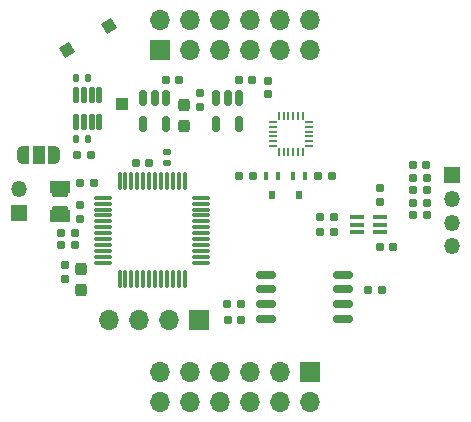
<source format=gbr>
%TF.GenerationSoftware,KiCad,Pcbnew,7.0.5*%
%TF.CreationDate,2024-01-17T11:16:08-05:00*%
%TF.ProjectId,MCU,4d43552e-6b69-4636-9164-5f7063625858,rev?*%
%TF.SameCoordinates,Original*%
%TF.FileFunction,Soldermask,Top*%
%TF.FilePolarity,Negative*%
%FSLAX46Y46*%
G04 Gerber Fmt 4.6, Leading zero omitted, Abs format (unit mm)*
G04 Created by KiCad (PCBNEW 7.0.5) date 2024-01-17 11:16:08*
%MOMM*%
%LPD*%
G01*
G04 APERTURE LIST*
G04 Aperture macros list*
%AMRoundRect*
0 Rectangle with rounded corners*
0 $1 Rounding radius*
0 $2 $3 $4 $5 $6 $7 $8 $9 X,Y pos of 4 corners*
0 Add a 4 corners polygon primitive as box body*
4,1,4,$2,$3,$4,$5,$6,$7,$8,$9,$2,$3,0*
0 Add four circle primitives for the rounded corners*
1,1,$1+$1,$2,$3*
1,1,$1+$1,$4,$5*
1,1,$1+$1,$6,$7*
1,1,$1+$1,$8,$9*
0 Add four rect primitives between the rounded corners*
20,1,$1+$1,$2,$3,$4,$5,0*
20,1,$1+$1,$4,$5,$6,$7,0*
20,1,$1+$1,$6,$7,$8,$9,0*
20,1,$1+$1,$8,$9,$2,$3,0*%
%AMRotRect*
0 Rectangle, with rotation*
0 The origin of the aperture is its center*
0 $1 length*
0 $2 width*
0 $3 Rotation angle, in degrees counterclockwise*
0 Add horizontal line*
21,1,$1,$2,0,0,$3*%
%AMFreePoly0*
4,1,19,0.550000,-0.750000,0.000000,-0.750000,0.000000,-0.744911,-0.071157,-0.744911,-0.207708,-0.704816,-0.327430,-0.627875,-0.420627,-0.520320,-0.479746,-0.390866,-0.500000,-0.250000,-0.500000,0.250000,-0.479746,0.390866,-0.420627,0.520320,-0.327430,0.627875,-0.207708,0.704816,-0.071157,0.744911,0.000000,0.744911,0.000000,0.750000,0.550000,0.750000,0.550000,-0.750000,0.550000,-0.750000,
$1*%
%AMFreePoly1*
4,1,19,0.000000,0.744911,0.071157,0.744911,0.207708,0.704816,0.327430,0.627875,0.420627,0.520320,0.479746,0.390866,0.500000,0.250000,0.500000,-0.250000,0.479746,-0.390866,0.420627,-0.520320,0.327430,-0.627875,0.207708,-0.704816,0.071157,-0.744911,0.000000,-0.744911,0.000000,-0.750000,-0.550000,-0.750000,-0.550000,0.750000,0.000000,0.750000,0.000000,0.744911,0.000000,0.744911,
$1*%
G04 Aperture macros list end*
%ADD10RoundRect,0.155000X0.212500X0.155000X-0.212500X0.155000X-0.212500X-0.155000X0.212500X-0.155000X0*%
%ADD11RoundRect,0.160000X-0.197500X-0.160000X0.197500X-0.160000X0.197500X0.160000X-0.197500X0.160000X0*%
%ADD12RoundRect,0.150000X-0.150000X0.512500X-0.150000X-0.512500X0.150000X-0.512500X0.150000X0.512500X0*%
%ADD13RoundRect,0.160000X0.197500X0.160000X-0.197500X0.160000X-0.197500X-0.160000X0.197500X-0.160000X0*%
%ADD14R,1.700000X1.700000*%
%ADD15O,1.700000X1.700000*%
%ADD16R,1.800000X1.000000*%
%ADD17RoundRect,0.237500X-0.237500X0.300000X-0.237500X-0.300000X0.237500X-0.300000X0.237500X0.300000X0*%
%ADD18RoundRect,0.155000X-0.212500X-0.155000X0.212500X-0.155000X0.212500X0.155000X-0.212500X0.155000X0*%
%ADD19RoundRect,0.155000X0.155000X-0.212500X0.155000X0.212500X-0.155000X0.212500X-0.155000X-0.212500X0*%
%ADD20RoundRect,0.125000X0.125000X-0.537500X0.125000X0.537500X-0.125000X0.537500X-0.125000X-0.537500X0*%
%ADD21RoundRect,0.135000X-0.135000X-0.185000X0.135000X-0.185000X0.135000X0.185000X-0.135000X0.185000X0*%
%ADD22RotRect,1.000000X1.000000X30.000000*%
%ADD23RoundRect,0.250000X0.450000X-0.350000X0.450000X0.350000X-0.450000X0.350000X-0.450000X-0.350000X0*%
%ADD24RoundRect,0.140000X0.170000X-0.140000X0.170000X0.140000X-0.170000X0.140000X-0.170000X-0.140000X0*%
%ADD25RoundRect,0.075000X-0.662500X-0.075000X0.662500X-0.075000X0.662500X0.075000X-0.662500X0.075000X0*%
%ADD26RoundRect,0.075000X-0.075000X-0.662500X0.075000X-0.662500X0.075000X0.662500X-0.075000X0.662500X0*%
%ADD27RoundRect,0.160000X-0.160000X0.197500X-0.160000X-0.197500X0.160000X-0.197500X0.160000X0.197500X0*%
%ADD28R,0.460000X0.700000*%
%ADD29R,0.500000X0.700000*%
%ADD30RoundRect,0.050000X0.262500X0.050000X-0.262500X0.050000X-0.262500X-0.050000X0.262500X-0.050000X0*%
%ADD31RoundRect,0.050000X-0.050000X0.262500X-0.050000X-0.262500X0.050000X-0.262500X0.050000X0.262500X0*%
%ADD32R,1.200000X0.400000*%
%ADD33RoundRect,0.140000X-0.140000X-0.170000X0.140000X-0.170000X0.140000X0.170000X-0.140000X0.170000X0*%
%ADD34FreePoly0,180.000000*%
%ADD35R,1.000000X1.500000*%
%ADD36FreePoly1,180.000000*%
%ADD37RoundRect,0.160000X0.160000X-0.197500X0.160000X0.197500X-0.160000X0.197500X-0.160000X-0.197500X0*%
%ADD38R,1.350000X1.350000*%
%ADD39O,1.350000X1.350000*%
%ADD40R,1.000000X1.000000*%
%ADD41RoundRect,0.150000X0.712500X0.150000X-0.712500X0.150000X-0.712500X-0.150000X0.712500X-0.150000X0*%
%ADD42RoundRect,0.237500X-0.237500X0.287500X-0.237500X-0.287500X0.237500X-0.287500X0.237500X0.287500X0*%
G04 APERTURE END LIST*
D10*
%TO.C,C7*%
X166327500Y-96238621D03*
X165192500Y-96238621D03*
%TD*%
D11*
%TO.C,R15*%
X165162500Y-98363621D03*
X166357500Y-98363621D03*
%TD*%
%TO.C,R6*%
X165162500Y-100498621D03*
X166357500Y-100498621D03*
%TD*%
D12*
%TO.C,U4*%
X144267500Y-90521121D03*
X143317500Y-90521121D03*
X142367500Y-90521121D03*
X142367500Y-92796121D03*
X144267500Y-92796121D03*
%TD*%
D13*
%TO.C,R8*%
X136565000Y-103028621D03*
X135370000Y-103028621D03*
%TD*%
D14*
%TO.C,J1*%
X143810000Y-86465599D03*
D15*
X143810000Y-83925599D03*
X146350000Y-86465599D03*
X146350000Y-83925599D03*
X148890000Y-86465599D03*
X148890000Y-83925599D03*
X151430000Y-86465599D03*
X151430000Y-83925599D03*
X153970000Y-86465599D03*
X153970000Y-83925599D03*
X156510000Y-86465599D03*
X156510000Y-83925599D03*
%TD*%
D13*
%TO.C,R14*%
X166357500Y-97296121D03*
X165162500Y-97296121D03*
%TD*%
D16*
%TO.C,Y1*%
X135310000Y-100568621D03*
X135310000Y-98068621D03*
%TD*%
D12*
%TO.C,U6*%
X150450000Y-90521121D03*
X149500000Y-90521121D03*
X148550000Y-90521121D03*
X148550000Y-92796121D03*
X150450000Y-92796121D03*
%TD*%
D17*
%TO.C,C9*%
X145837500Y-91186121D03*
X145837500Y-92911121D03*
%TD*%
D13*
%TO.C,R12*%
X150667500Y-108033621D03*
X149472500Y-108033621D03*
%TD*%
D18*
%TO.C,C1*%
X162402500Y-103178621D03*
X163537500Y-103178621D03*
%TD*%
D19*
%TO.C,C4*%
X137010000Y-100786121D03*
X137010000Y-99651121D03*
%TD*%
D20*
%TO.C,U3*%
X136685000Y-92586121D03*
X137335000Y-92586121D03*
X137985000Y-92586121D03*
X138635000Y-92586121D03*
X138635000Y-90311121D03*
X137985000Y-90311121D03*
X137335000Y-90311121D03*
X136685000Y-90311121D03*
%TD*%
D14*
%TO.C,J2*%
X156510000Y-113743621D03*
D15*
X156510000Y-116283621D03*
X153970000Y-113743621D03*
X153970000Y-116283621D03*
X151430000Y-113743621D03*
X151430000Y-116283621D03*
X148890000Y-113743621D03*
X148890000Y-116283621D03*
X146350000Y-113743621D03*
X146350000Y-116283621D03*
X143810000Y-113743621D03*
X143810000Y-116283621D03*
%TD*%
D21*
%TO.C,R4*%
X136680000Y-94028621D03*
X137700000Y-94028621D03*
%TD*%
D13*
%TO.C,R1*%
X158537500Y-100638621D03*
X157342500Y-100638621D03*
%TD*%
D22*
%TO.C,TP3*%
X139460000Y-84448621D03*
%TD*%
D23*
%TO.C,R19*%
X135310000Y-100318621D03*
X135310000Y-98318621D03*
%TD*%
D24*
%TO.C,C13*%
X144350000Y-96088621D03*
X144350000Y-95128621D03*
%TD*%
D25*
%TO.C,U2*%
X138947500Y-98998621D03*
X138947500Y-99498621D03*
X138947500Y-99998621D03*
X138947500Y-100498621D03*
X138947500Y-100998621D03*
X138947500Y-101498621D03*
X138947500Y-101998621D03*
X138947500Y-102498621D03*
X138947500Y-102998621D03*
X138947500Y-103498621D03*
X138947500Y-103998621D03*
X138947500Y-104498621D03*
D26*
X140360000Y-105911121D03*
X140860000Y-105911121D03*
X141360000Y-105911121D03*
X141860000Y-105911121D03*
X142360000Y-105911121D03*
X142860000Y-105911121D03*
X143360000Y-105911121D03*
X143860000Y-105911121D03*
X144360000Y-105911121D03*
X144860000Y-105911121D03*
X145360000Y-105911121D03*
X145860000Y-105911121D03*
D25*
X147272500Y-104498621D03*
X147272500Y-103998621D03*
X147272500Y-103498621D03*
X147272500Y-102998621D03*
X147272500Y-102498621D03*
X147272500Y-101998621D03*
X147272500Y-101498621D03*
X147272500Y-100998621D03*
X147272500Y-100498621D03*
X147272500Y-99998621D03*
X147272500Y-99498621D03*
X147272500Y-98998621D03*
D26*
X145860000Y-97586121D03*
X145360000Y-97586121D03*
X144860000Y-97586121D03*
X144360000Y-97586121D03*
X143860000Y-97586121D03*
X143360000Y-97586121D03*
X142860000Y-97586121D03*
X142360000Y-97586121D03*
X141860000Y-97586121D03*
X141360000Y-97586121D03*
X140860000Y-97586121D03*
X140360000Y-97586121D03*
%TD*%
D19*
%TO.C,C11*%
X152930000Y-90216121D03*
X152930000Y-89081121D03*
%TD*%
D11*
%TO.C,R13*%
X161412500Y-106768621D03*
X162607500Y-106768621D03*
%TD*%
D10*
%TO.C,C3*%
X150657500Y-109308621D03*
X149522500Y-109308621D03*
%TD*%
D27*
%TO.C,R3*%
X162410000Y-98141121D03*
X162410000Y-99336121D03*
%TD*%
D14*
%TO.C,J4*%
X147060000Y-109358621D03*
D15*
X144520000Y-109358621D03*
X141980000Y-109358621D03*
X139440000Y-109358621D03*
%TD*%
D28*
%TO.C,Q2*%
X153730000Y-97150621D03*
X152730000Y-97150621D03*
D29*
X153230000Y-98750621D03*
%TD*%
D11*
%TO.C,R18*%
X157132500Y-97198621D03*
X158327500Y-97198621D03*
%TD*%
D30*
%TO.C,U5*%
X156397500Y-94598621D03*
X156397500Y-94198621D03*
X156397500Y-93798621D03*
X156397500Y-93398621D03*
X156397500Y-92998621D03*
X156397500Y-92598621D03*
D31*
X155860000Y-92061121D03*
X155460000Y-92061121D03*
X155060000Y-92061121D03*
X154660000Y-92061121D03*
X154260000Y-92061121D03*
X153860000Y-92061121D03*
D30*
X153322500Y-92598621D03*
X153322500Y-92998621D03*
X153322500Y-93398621D03*
X153322500Y-93798621D03*
X153322500Y-94198621D03*
X153322500Y-94598621D03*
D31*
X153860000Y-95136121D03*
X154260000Y-95136121D03*
X154660000Y-95136121D03*
X155060000Y-95136121D03*
X155460000Y-95136121D03*
X155860000Y-95136121D03*
%TD*%
D27*
%TO.C,R11*%
X135750000Y-104708621D03*
X135750000Y-105903621D03*
%TD*%
D13*
%TO.C,R2*%
X158537500Y-101938621D03*
X157342500Y-101938621D03*
%TD*%
D32*
%TO.C,IC2*%
X162402500Y-101938621D03*
X162402500Y-101288621D03*
X162402500Y-100638621D03*
X160502500Y-100638621D03*
X160502500Y-101288621D03*
X160502500Y-101938621D03*
%TD*%
D10*
%TO.C,C2*%
X138177500Y-97768621D03*
X137042500Y-97768621D03*
%TD*%
D33*
%TO.C,C10*%
X136700000Y-88838621D03*
X137660000Y-88838621D03*
%TD*%
D34*
%TO.C,JP1*%
X134800000Y-95378621D03*
D35*
X133500000Y-95378621D03*
D36*
X132200000Y-95378621D03*
%TD*%
D22*
%TO.C,TP2*%
X135910000Y-86498621D03*
%TD*%
D28*
%TO.C,Q1*%
X156040000Y-97150621D03*
X155040000Y-97150621D03*
D29*
X155540000Y-98750621D03*
%TD*%
D11*
%TO.C,R9*%
X136752500Y-95398621D03*
X137947500Y-95398621D03*
%TD*%
D37*
%TO.C,R16*%
X147180000Y-91306121D03*
X147180000Y-90111121D03*
%TD*%
D38*
%TO.C,J6*%
X168510000Y-97104610D03*
D39*
X168510000Y-99104610D03*
X168510000Y-101104610D03*
X168510000Y-103104610D03*
%TD*%
D18*
%TO.C,C8*%
X144262500Y-89028621D03*
X145397500Y-89028621D03*
%TD*%
D11*
%TO.C,R5*%
X165162500Y-99431121D03*
X166357500Y-99431121D03*
%TD*%
D40*
%TO.C,TP1*%
X140537500Y-91048621D03*
%TD*%
D13*
%TO.C,R17*%
X151645000Y-97198621D03*
X150450000Y-97198621D03*
%TD*%
D41*
%TO.C,U1*%
X159260000Y-109303621D03*
X159260000Y-108033621D03*
X159260000Y-106763621D03*
X159260000Y-105498621D03*
X152760000Y-105498621D03*
X152760000Y-106763621D03*
X152760000Y-108033621D03*
X152760000Y-109303621D03*
%TD*%
D11*
%TO.C,R7*%
X135370000Y-102008621D03*
X136565000Y-102008621D03*
%TD*%
D18*
%TO.C,C12*%
X141732500Y-96048621D03*
X142867500Y-96048621D03*
%TD*%
D42*
%TO.C,D1*%
X137080000Y-105026121D03*
X137080000Y-106776121D03*
%TD*%
D18*
%TO.C,C14*%
X150442500Y-89028621D03*
X151577500Y-89028621D03*
%TD*%
D38*
%TO.C,J5*%
X131860000Y-100298621D03*
D39*
X131860000Y-98298621D03*
%TD*%
M02*

</source>
